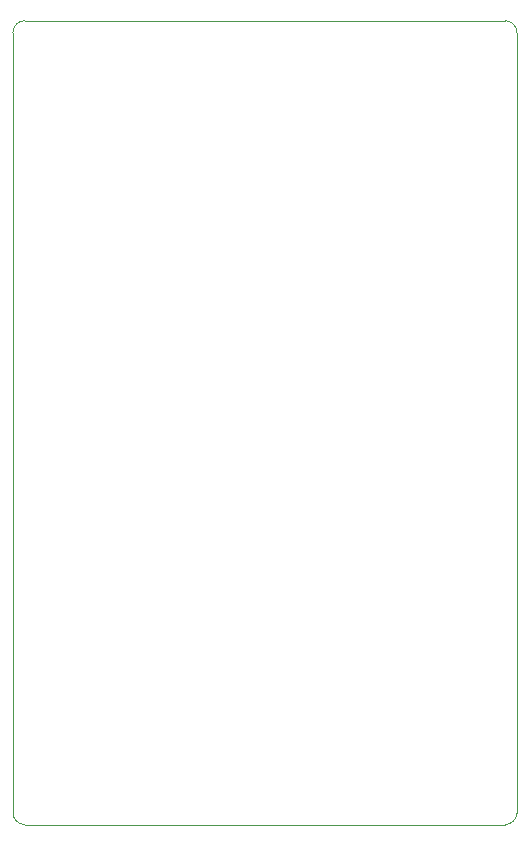
<source format=gbr>
G04 #@! TF.GenerationSoftware,KiCad,Pcbnew,(5.1.5-rc2)*
G04 #@! TF.CreationDate,2020-01-23T16:56:21-08:00*
G04 #@! TF.ProjectId,fpgb,66706762-2e6b-4696-9361-645f70636258,0.1*
G04 #@! TF.SameCoordinates,Original*
G04 #@! TF.FileFunction,Profile,NP*
%FSLAX46Y46*%
G04 Gerber Fmt 4.6, Leading zero omitted, Abs format (unit mm)*
G04 Created by KiCad (PCBNEW (5.1.5-rc2)) date 2020-01-23 16:56:21*
%MOMM*%
%LPD*%
G04 APERTURE LIST*
%ADD10C,0.050000*%
G04 APERTURE END LIST*
D10*
X97536000Y-109728000D02*
X97536000Y-43688000D01*
X98552000Y-110744000D02*
G75*
G02X97536000Y-109728000I0J1016000D01*
G01*
X140208000Y-109728000D02*
G75*
G02X139192000Y-110744000I-1016000J0D01*
G01*
X139192000Y-42672000D02*
G75*
G02X140208000Y-43688000I0J-1016000D01*
G01*
X97536000Y-43688000D02*
G75*
G02X98552000Y-42672000I1016000J0D01*
G01*
X139192000Y-110744000D02*
X98552000Y-110744000D01*
X140208000Y-43688000D02*
X140208000Y-109728000D01*
X98552000Y-42672000D02*
X139192000Y-42672000D01*
M02*

</source>
